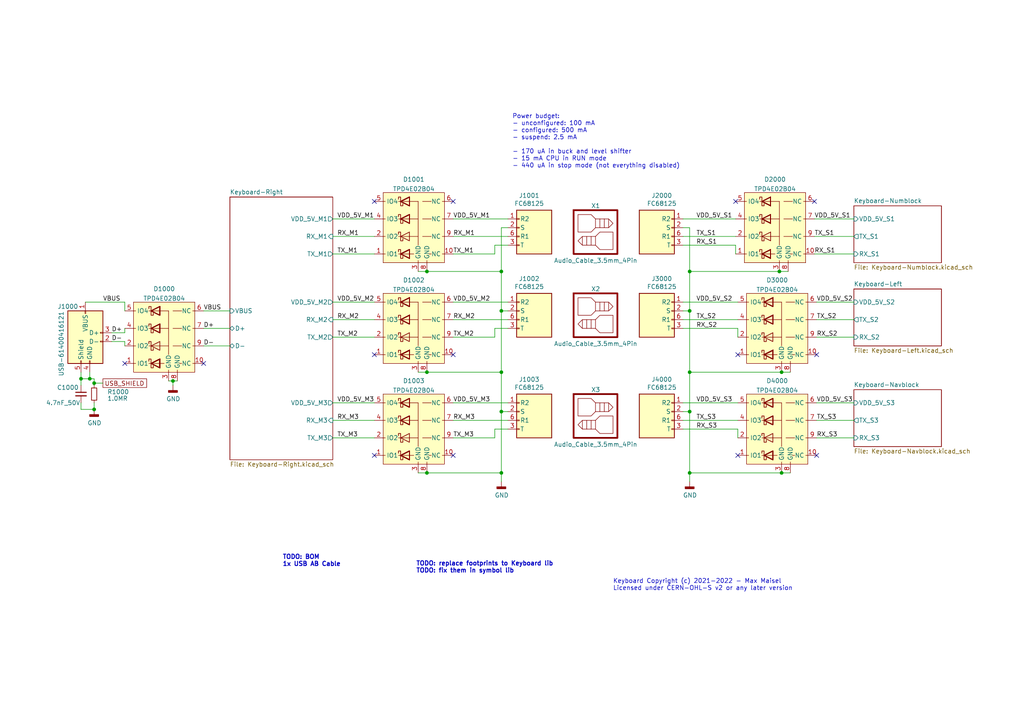
<source format=kicad_sch>
(kicad_sch (version 20211123) (generator eeschema)
  (paper "A4")
  (lib_symbols
    (symbol "Keyboard:1.0MR" (pin_numbers hide) (pin_names (offset 0.254) hide)
      (property "Reference" "R" (at 0.762 0.508 0))
      (property "Value" "1.0MR" (at 0.762 -1.016 0))
      (symbol "1.0MR_0_1"
        (rectangle (start -0.762 1.778) (end 0.762 -1.778) (stroke (width 0.2032)))
      )
      (symbol "1.0MR_1_1"
        (pin passive line (at 0 2.54 270) (length 0.762) (name "~") (number "1"))
        (pin passive line (at 0 -2.54 90) (length 0.762) (name "~") (number "2"))
      )
    )
    (symbol "Keyboard:4.7nF_50V" (pin_numbers hide) (pin_names (offset 0.254) hide)
      (property "Reference" "C" (at 0.254 1.778 0))
      (property "Value" "4.7nF_50V" (at 0.254 -2.032 0))
      (symbol "4.7nF_50V_0_1"
        (polyline (pts (xy -1.524 -0.508) (xy 1.524 -0.508)) (stroke (width 0.3302)))
        (polyline (pts (xy -1.524 0.508) (xy 1.524 0.508)) (stroke (width 0.3048)))
      )
      (symbol "4.7nF_50V_1_1"
        (pin passive line (at 0 2.54 270) (length 2.032) (name "~") (number "1"))
        (pin passive line (at 0 -2.54 90) (length 2.032) (name "~") (number "2"))
      )
    )
    (symbol "Keyboard:FC68125" (pin_names (offset 1.016))
      (property "Reference" "J" (at 0 7.62 0))
      (property "Value" "FC68125" (at 0 -7.62 0))
      (symbol "FC68125_0_1"
        (rectangle (start -5.08 6.35) (end 5.08 -6.35) (stroke (width 0.254)) (fill (type background)))
        (rectangle (start 5.08 -3.937) (end 4.318 -3.683))
        (rectangle (start 5.08 -1.397) (end 4.318 -1.143))
        (rectangle (start 5.08 1.143) (end 4.318 1.397))
        (rectangle (start 5.08 3.683) (end 4.318 3.937))
      )
      (symbol "FC68125_1_1"
        (pin passive line (at 7.62 3.81 180) (length 2.54) (name "R2") (number "1"))
        (pin passive line (at 7.62 1.27 180) (length 2.54) (name "S") (number "2"))
        (pin passive line (at 7.62 -3.81 180) (length 2.54) (name "T") (number "3"))
        (pin passive line (at 7.62 -1.27 180) (length 2.54) (name "R1") (number "6"))
      )
    )
    (symbol "Keyboard:GND" (power) (pin_names (offset 0))
      (property "Value" "GND" (at 0 -3.175 0))
      (symbol "GND_0_1"
        (rectangle (start -1.27 -1.524) (end 1.27 -2.032) (stroke (width 0.254)) (fill (type outline)))
        (polyline (pts (xy 0 0) (xy 0 -1.524)))
      )
      (symbol "GND_1_1"
        (pin power_in line (at 0 0 270) (length 0) hide (name "GND") (number "1"))
      )
    )
    (symbol "Keyboard:TPD4E02B04" (pin_names (offset 1.016))
      (property "Reference" "D" (at -8.255 12.065 0))
      (property "Value" "TPD4E02B04" (at 10.795 -11.43 0))
      (symbol "TPD4E02B04_0_1"
        (rectangle (start -8.89 -10.16) (end 8.89 10.16) (fill (type background)))
        (polyline (pts (xy -8.89 -7.62) (xy -8.255 -7.62)))
        (polyline (pts (xy -8.89 -2.54) (xy -8.255 -2.54)))
        (polyline (pts (xy -8.89 2.54) (xy -8.255 2.54)))
        (polyline (pts (xy -8.89 7.62) (xy -8.255 7.62)))
        (polyline (pts (xy -4.445 -7.62) (xy 0 -7.62)))
        (polyline (pts (xy -4.445 -2.54) (xy 1.27 -2.54)))
        (polyline (pts (xy -4.445 2.54) (xy 1.27 2.54)))
        (polyline (pts (xy -4.445 7.62) (xy 1.27 7.62)))
        (polyline (pts (xy 1.27 -9.525) (xy 1.27 -10.16)))
        (polyline (pts (xy 1.27 7.62) (xy 1.27 -5.08)))
        (polyline (pts (xy 2.54 2.54) (xy 5.08 2.54)))
        (polyline (pts (xy 2.54 7.62) (xy 5.08 7.62)))
        (polyline (pts (xy 3.81 -9.525) (xy 3.81 -10.16)))
        (polyline (pts (xy 5.08 -7.62) (xy 4.445 -7.62)))
        (polyline (pts (xy 5.08 -2.54) (xy 2.54 -2.54)))
        (polyline (pts (xy 8.255 -2.54) (xy 8.89 -2.54)))
        (polyline (pts (xy 8.255 7.62) (xy 8.89 7.62)))
        (polyline (pts (xy 8.89 -7.62) (xy 8.255 -7.62)))
        (polyline (pts (xy 8.89 2.54) (xy 8.255 2.54)))
      )
      (symbol "TPD4E02B04_1_1"
        (polyline (pts (xy -1.27 -6.35) (xy -1.27 -8.89) (xy -3.81 -7.62) (xy -1.27 -6.35)) (stroke (width 0.2032)))
        (polyline (pts (xy -1.27 -6.35) (xy -1.27 -8.89) (xy -3.81 -7.62) (xy -1.27 -6.35)) (stroke (width 0.2032)))
        (polyline (pts (xy -1.27 -6.35) (xy -1.27 -8.89) (xy -3.81 -7.62) (xy -1.27 -6.35)) (stroke (width 0.2032)))
        (polyline (pts (xy -1.27 -6.35) (xy -1.27 -8.89) (xy -3.81 -7.62) (xy -1.27 -6.35)) (stroke (width 0.2032)))
        (polyline (pts (xy -1.27 -6.35) (xy -1.27 -8.89) (xy -3.81 -7.62) (xy -1.27 -6.35)) (stroke (width 0.2032)))
        (polyline (pts (xy -1.27 -6.35) (xy -1.27 -8.89) (xy -3.81 -7.62) (xy -1.27 -6.35)) (stroke (width 0.2032)))
        (polyline (pts (xy -1.27 -6.35) (xy -1.27 -8.89) (xy -3.81 -7.62) (xy -1.27 -6.35)) (stroke (width 0.2032)))
        (polyline (pts (xy -1.27 -6.35) (xy -1.27 -8.89) (xy -3.81 -7.62) (xy -1.27 -6.35)) (stroke (width 0.2032)))
        (polyline (pts (xy -1.27 -6.35) (xy -1.27 -8.89) (xy -3.81 -7.62) (xy -1.27 -6.35)) (stroke (width 0.2032)))
        (polyline (pts (xy -1.27 -6.35) (xy -1.27 -8.89) (xy -3.81 -7.62) (xy -1.27 -6.35)) (stroke (width 0.2032)))
        (polyline (pts (xy -1.27 -6.35) (xy -1.27 -8.89) (xy -3.81 -7.62) (xy -1.27 -6.35)) (stroke (width 0.2032)))
        (polyline (pts (xy -1.27 -6.35) (xy -1.27 -8.89) (xy -3.81 -7.62) (xy -1.27 -6.35)) (stroke (width 0.2032)))
        (polyline (pts (xy -1.27 -6.35) (xy -1.27 -8.89) (xy -3.81 -7.62) (xy -1.27 -6.35)) (stroke (width 0.2032)))
        (polyline (pts (xy -1.27 -6.35) (xy -1.27 -8.89) (xy -3.81 -7.62) (xy -1.27 -6.35)) (stroke (width 0.2032)))
        (polyline (pts (xy -1.27 -6.35) (xy -1.27 -8.89) (xy -3.81 -7.62) (xy -1.27 -6.35)) (stroke (width 0.2032)))
        (polyline (pts (xy -1.27 -6.35) (xy -1.27 -8.89) (xy -3.81 -7.62) (xy -1.27 -6.35)) (stroke (width 0.2032)))
        (polyline (pts (xy -1.27 -6.35) (xy -1.27 -8.89) (xy -3.81 -7.62) (xy -1.27 -6.35)) (stroke (width 0.2032)))
        (polyline (pts (xy -1.27 -6.35) (xy -1.27 -8.89) (xy -3.81 -7.62) (xy -1.27 -6.35)) (stroke (width 0.2032)))
        (polyline (pts (xy -1.27 -6.35) (xy -1.27 -8.89) (xy -3.81 -7.62) (xy -1.27 -6.35)) (stroke (width 0.2032)))
        (polyline (pts (xy -1.27 -6.35) (xy -1.27 -8.89) (xy -3.81 -7.62) (xy -1.27 -6.35)) (stroke (width 0.2032)))
        (polyline (pts (xy -1.27 -6.35) (xy -1.27 -8.89) (xy -3.81 -7.62) (xy -1.27 -6.35)) (stroke (width 0.2032)))
        (polyline (pts (xy -1.27 -6.35) (xy -1.27 -8.89) (xy -3.81 -7.62) (xy -1.27 -6.35)) (stroke (width 0.2032)))
        (polyline (pts (xy -1.27 -6.35) (xy -1.27 -8.89) (xy -3.81 -7.62) (xy -1.27 -6.35)) (stroke (width 0.2032)))
        (polyline (pts (xy -1.27 -6.35) (xy -1.27 -8.89) (xy -3.81 -7.62) (xy -1.27 -6.35)) (stroke (width 0.2032)))
        (polyline (pts (xy -1.27 -6.35) (xy -1.27 -8.89) (xy -3.81 -7.62) (xy -1.27 -6.35)) (stroke (width 0.2032)))
        (polyline (pts (xy -1.27 -6.35) (xy -1.27 -8.89) (xy -3.81 -7.62) (xy -1.27 -6.35)) (stroke (width 0.2032)))
        (polyline (pts (xy -1.27 -6.35) (xy -1.27 -8.89) (xy -3.81 -7.62) (xy -1.27 -6.35)) (stroke (width 0.2032)))
        (polyline (pts (xy -1.27 -6.35) (xy -1.27 -8.89) (xy -3.81 -7.62) (xy -1.27 -6.35)) (stroke (width 0.2032)))
        (polyline (pts (xy -1.27 -6.35) (xy -1.27 -8.89) (xy -3.81 -7.62) (xy -1.27 -6.35)) (stroke (width 0.2032)))
        (polyline (pts (xy -1.27 -6.35) (xy -1.27 -8.89) (xy -3.81 -7.62) (xy -1.27 -6.35)) (stroke (width 0.2032)))
        (polyline (pts (xy -1.27 -1.27) (xy -1.27 -3.81) (xy -3.81 -2.54) (xy -1.27 -1.27)) (stroke (width 0.2032)))
        (polyline (pts (xy -1.27 3.81) (xy -1.27 1.27) (xy -3.81 2.54) (xy -1.27 3.81)) (stroke (width 0.2032)))
        (polyline (pts (xy -1.27 3.81) (xy -1.27 1.27) (xy -3.81 2.54) (xy -1.27 3.81)) (stroke (width 0.2032)))
        (polyline (pts (xy -1.27 3.81) (xy -1.27 1.27) (xy -3.81 2.54) (xy -1.27 3.81)) (stroke (width 0.2032)))
        (polyline (pts (xy -1.27 3.81) (xy -1.27 1.27) (xy -3.81 2.54) (xy -1.27 3.81)) (stroke (width 0.2032)))
        (polyline (pts (xy -1.27 3.81) (xy -1.27 1.27) (xy -3.81 2.54) (xy -1.27 3.81)) (stroke (width 0.2032)))
        (polyline (pts (xy -1.27 3.81) (xy -1.27 1.27) (xy -3.81 2.54) (xy -1.27 3.81)) (stroke (width 0.2032)))
        (polyline (pts (xy -1.27 3.81) (xy -1.27 1.27) (xy -3.81 2.54) (xy -1.27 3.81)) (stroke (width 0.2032)))
        (polyline (pts (xy -1.27 3.81) (xy -1.27 1.27) (xy -3.81 2.54) (xy -1.27 3.81)) (stroke (width 0.2032)))
        (polyline (pts (xy -1.27 3.81) (xy -1.27 1.27) (xy -3.81 2.54) (xy -1.27 3.81)) (stroke (width 0.2032)))
        (polyline (pts (xy -1.27 3.81) (xy -1.27 1.27) (xy -3.81 2.54) (xy -1.27 3.81)) (stroke (width 0.2032)))
        (polyline (pts (xy -1.27 3.81) (xy -1.27 1.27) (xy -3.81 2.54) (xy -1.27 3.81)) (stroke (width 0.2032)))
        (polyline (pts (xy -1.27 3.81) (xy -1.27 1.27) (xy -3.81 2.54) (xy -1.27 3.81)) (stroke (width 0.2032)))
        (polyline (pts (xy -1.27 3.81) (xy -1.27 1.27) (xy -3.81 2.54) (xy -1.27 3.81)) (stroke (width 0.2032)))
        (polyline (pts (xy -1.27 3.81) (xy -1.27 1.27) (xy -3.81 2.54) (xy -1.27 3.81)) (stroke (width 0.2032)))
        (polyline (pts (xy -1.27 3.81) (xy -1.27 1.27) (xy -3.81 2.54) (xy -1.27 3.81)) (stroke (width 0.2032)))
        (polyline (pts (xy -1.27 3.81) (xy -1.27 1.27) (xy -3.81 2.54) (xy -1.27 3.81)) (stroke (width 0.2032)))
        (polyline (pts (xy -1.27 8.89) (xy -1.27 6.35) (xy -3.81 7.62) (xy -1.27 8.89)) (stroke (width 0.2032)))
        (polyline (pts (xy -1.27 8.89) (xy -1.27 6.35) (xy -3.81 7.62) (xy -1.27 8.89)) (stroke (width 0.2032)))
        (polyline (pts (xy -1.27 8.89) (xy -1.27 6.35) (xy -3.81 7.62) (xy -1.27 8.89)) (stroke (width 0.2032)))
        (polyline (pts (xy -1.27 8.89) (xy -1.27 6.35) (xy -3.81 7.62) (xy -1.27 8.89)) (stroke (width 0.2032)))
        (polyline (pts (xy -1.27 8.89) (xy -1.27 6.35) (xy -3.81 7.62) (xy -1.27 8.89)) (stroke (width 0.2032)))
        (polyline (pts (xy -1.27 8.89) (xy -1.27 6.35) (xy -3.81 7.62) (xy -1.27 8.89)) (stroke (width 0.2032)))
        (polyline (pts (xy -1.27 8.89) (xy -1.27 6.35) (xy -3.81 7.62) (xy -1.27 8.89)) (stroke (width 0.2032)))
        (polyline (pts (xy -1.27 8.89) (xy -1.27 6.35) (xy -3.81 7.62) (xy -1.27 8.89)) (stroke (width 0.2032)))
        (polyline (pts (xy -1.27 8.89) (xy -1.27 6.35) (xy -3.81 7.62) (xy -1.27 8.89)) (stroke (width 0.2032)))
        (polyline (pts (xy -1.27 8.89) (xy -1.27 6.35) (xy -3.81 7.62) (xy -1.27 8.89)) (stroke (width 0.2032)))
        (polyline (pts (xy -1.27 8.89) (xy -1.27 6.35) (xy -3.81 7.62) (xy -1.27 8.89)) (stroke (width 0.2032)))
        (polyline (pts (xy -1.27 8.89) (xy -1.27 6.35) (xy -3.81 7.62) (xy -1.27 8.89)) (stroke (width 0.2032)))
        (polyline (pts (xy -1.27 8.89) (xy -1.27 6.35) (xy -3.81 7.62) (xy -1.27 8.89)) (stroke (width 0.2032)))
        (polyline (pts (xy -1.27 8.89) (xy -1.27 6.35) (xy -3.81 7.62) (xy -1.27 8.89)) (stroke (width 0.2032)))
        (polyline (pts (xy -1.27 8.89) (xy -1.27 6.35) (xy -3.81 7.62) (xy -1.27 8.89)) (stroke (width 0.2032)))
        (polyline (pts (xy -1.27 8.89) (xy -1.27 6.35) (xy -3.81 7.62) (xy -1.27 8.89)) (stroke (width 0.2032)))
        (polyline (pts (xy -4.445 3.175) (xy -4.445 3.81) (xy -3.81 3.81) (xy -3.81 1.27) (xy -3.175 1.27) (xy -3.175 1.905)) (stroke (width 0.2032)))
        (polyline (pts (xy -4.445 8.255) (xy -4.445 8.89) (xy -3.81 8.89) (xy -3.81 6.35) (xy -3.175 6.35) (xy -3.175 6.985)) (stroke (width 0.2032)))
        (polyline (pts (xy -3.175 -8.255) (xy -3.175 -8.89) (xy -3.81 -8.89) (xy -3.81 -6.35) (xy -4.445 -6.35) (xy -4.445 -6.985)) (stroke (width 0.2032)))
        (polyline (pts (xy -3.175 -3.175) (xy -3.175 -3.81) (xy -3.81 -3.81) (xy -3.81 -1.27) (xy -4.445 -1.27) (xy -4.445 -1.905)) (stroke (width 0.2032)))
        (pin passive line (at -11.43 -7.62 0) (length 2.54) (name "IO1") (number "1"))
        (pin passive line (at 11.43 -7.62 180) (length 2.54) (name "NC") (number "10"))
        (pin passive line (at -11.43 -2.54 0) (length 2.54) (name "IO2") (number "2"))
        (pin passive line (at 1.27 -12.7 90) (length 2.54) (name "GND") (number "3"))
        (pin passive line (at -11.43 2.54 0) (length 2.54) (name "IO3") (number "4"))
        (pin passive line (at -11.43 7.62 0) (length 2.54) (name "IO4") (number "5"))
        (pin passive line (at 11.43 7.62 180) (length 2.54) (name "NC") (number "6"))
        (pin passive line (at 11.43 2.54 180) (length 2.54) (name "NC") (number "7"))
        (pin passive line (at 3.81 -12.7 90) (length 2.54) (name "GND") (number "8"))
        (pin passive line (at 11.43 -2.54 180) (length 2.54) (name "NC") (number "9"))
      )
    )
    (symbol "Keyboard:USB-61400416121" (pin_names (offset 1.016))
      (property "Reference" "J" (at -5.08 11.43 0))
      (property "Value" "USB-61400416121" (at -6.35 -9.525 90))
      (symbol "USB-61400416121_0_1"
        (rectangle (start -5.08 -7.62) (end 5.08 7.62) (stroke (width 0.254)) (fill (type background)))
        (rectangle (start 0.127 7.62) (end -0.127 6.858))
        (rectangle (start 1.143 -7.62) (end 1.397 -6.858))
        (rectangle (start 5.08 -1.397) (end 4.318 -1.143))
        (rectangle (start 5.08 1.143) (end 4.318 1.397))
      )
      (symbol "USB-61400416121_1_1"
        (rectangle (start -1.397 -7.62) (end -1.143 -6.858))
        (pin power_out line (at 0 10.16 270) (length 2.54) (name "VBUS") (number "1"))
        (pin passive line (at 7.62 -1.27 180) (length 2.54) (name "D-") (number "2"))
        (pin passive line (at 7.62 1.27 180) (length 2.54) (name "D+") (number "3"))
        (pin power_out line (at 1.27 -10.16 90) (length 2.54) (name "GND") (number "4"))
        (pin passive line (at -1.27 -10.16 90) (length 2.54) (name "Shield") (number "5"))
      )
    )
    (symbol "Meta:Audio_Cable_3.5mm_4Pin" (pin_names (offset 1.016))
      (property "Reference" "X" (at 0 7.62 0))
      (property "Value" "Audio_Cable_3.5mm_4Pin" (at 0 -7.62 0))
      (symbol "Audio_Cable_3.5mm_4Pin_0_1"
        (rectangle (start -6.35 6.35) (end 6.35 -6.35) (stroke (width 0.508)))
        (polyline (pts (xy 0 3.81) (xy 0 1.27)))
        (polyline (pts (xy 1.27 3.81) (xy 1.27 1.27)))
        (polyline (pts (xy 2.54 3.81) (xy 2.54 1.27)))
        (polyline (pts (xy 3.81 3.81) (xy 3.81 1.27)))
        (polyline (pts (xy -5.08 5.08) (xy -1.27 5.08) (xy 0 3.81) (xy 3.81 3.81) (xy 5.08 2.54) (xy 3.81 1.27) (xy 0 1.27) (xy -1.27 0) (xy -5.08 0) (xy -5.08 5.08)))
      )
      (symbol "Audio_Cable_3.5mm_4Pin_1_1"
        (polyline (pts (xy -3.81 -3.81) (xy -3.81 -1.27)))
        (polyline (pts (xy -2.54 -3.81) (xy -2.54 -1.27)))
        (polyline (pts (xy -1.27 -3.81) (xy -1.27 -1.27)))
        (polyline (pts (xy 0 -3.81) (xy 0 -1.27)))
        (polyline (pts (xy 5.08 -5.08) (xy 1.27 -5.08) (xy 0 -3.81) (xy -3.81 -3.81) (xy -5.08 -2.54) (xy -3.81 -1.27) (xy 0 -1.27) (xy 1.27 0) (xy 5.08 0) (xy 5.08 -5.08)))
      )
    )
  )
  (junction (at 200.025 78.74))
  (junction (at 226.695 137.16))
  (junction (at 200.025 119.38))
  (junction (at 145.415 119.38))
  (junction (at 123.825 78.74))
  (junction (at 200.025 137.16))
  (junction (at 145.415 137.16))
  (junction (at 27.305 111.125))
  (junction (at 226.695 107.95))
  (junction (at 123.825 137.16))
  (junction (at 23.495 109.855))
  (junction (at 123.825 107.95))
  (junction (at 145.415 78.74))
  (junction (at 27.305 118.745))
  (junction (at 200.025 107.95))
  (junction (at 145.415 90.17))
  (junction (at 145.415 107.95))
  (junction (at 200.025 90.17))
  (junction (at 50.165 110.49))
  (junction (at 226.06 78.74))
  (junction (at 26.035 109.855))
  (no_connect (at 36.195 105.41))
  (no_connect (at 59.055 105.41))
  (no_connect (at 108.585 102.87))
  (no_connect (at 108.585 132.08))
  (no_connect (at 131.445 132.08))
  (no_connect (at 131.445 102.87))
  (no_connect (at 213.36 58.42))
  (no_connect (at 236.22 58.42))
  (no_connect (at 108.585 58.42))
  (no_connect (at 131.445 58.42))
  (no_connect (at 236.855 102.87))
  (no_connect (at 236.855 132.08))
  (no_connect (at 213.995 132.08))
  (no_connect (at 213.995 102.87))
  (wire (pts (xy 96.52 92.71) (xy 108.585 92.71)))
  (wire (pts (xy 198.12 119.38) (xy 200.025 119.38)))
  (wire (pts (xy 143.51 97.79) (xy 143.51 95.25)))
  (wire (pts (xy 236.855 97.79) (xy 247.65 97.79)))
  (wire (pts (xy 236.22 63.5) (xy 247.65 63.5)))
  (wire (pts (xy 200.025 107.95) (xy 200.025 119.38)))
  (wire (pts (xy 131.445 116.84) (xy 147.32 116.84)))
  (wire (pts (xy 143.51 127) (xy 143.51 124.46)))
  (wire (pts (xy 96.52 63.5) (xy 108.585 63.5)))
  (wire (pts (xy 198.12 121.92) (xy 213.995 121.92)))
  (wire (pts (xy 200.025 90.17) (xy 200.025 107.95)))
  (wire (pts (xy 23.495 116.84) (xy 23.495 118.745)))
  (wire (pts (xy 198.12 71.12) (xy 213.36 71.12)))
  (wire (pts (xy 96.52 73.66) (xy 108.585 73.66)))
  (wire (pts (xy 198.12 90.17) (xy 200.025 90.17)))
  (wire (pts (xy 121.285 107.95) (xy 123.825 107.95)))
  (wire (pts (xy 131.445 121.92) (xy 147.32 121.92)))
  (wire (pts (xy 198.12 63.5) (xy 213.36 63.5)))
  (wire (pts (xy 96.52 97.79) (xy 108.585 97.79)))
  (wire (pts (xy 131.445 63.5) (xy 147.32 63.5)))
  (wire (pts (xy 131.445 87.63) (xy 147.32 87.63)))
  (wire (pts (xy 36.195 90.17) (xy 36.195 87.63)))
  (wire (pts (xy 143.51 71.12) (xy 143.51 73.66)))
  (wire (pts (xy 236.855 121.92) (xy 247.65 121.92)))
  (wire (pts (xy 213.36 71.12) (xy 213.36 73.66)))
  (wire (pts (xy 23.495 118.745) (xy 27.305 118.745)))
  (wire (pts (xy 198.12 95.25) (xy 213.995 95.25)))
  (wire (pts (xy 236.855 127) (xy 247.65 127)))
  (wire (pts (xy 131.445 127) (xy 143.51 127)))
  (wire (pts (xy 59.055 95.25) (xy 66.675 95.25)))
  (wire (pts (xy 213.995 95.25) (xy 213.995 97.79)))
  (wire (pts (xy 36.195 96.52) (xy 32.385 96.52)))
  (wire (pts (xy 96.52 87.63) (xy 108.585 87.63)))
  (wire (pts (xy 96.52 116.84) (xy 108.585 116.84)))
  (wire (pts (xy 26.035 109.855) (xy 26.035 107.95)))
  (wire (pts (xy 145.415 90.17) (xy 145.415 107.95)))
  (wire (pts (xy 123.825 78.74) (xy 145.415 78.74)))
  (wire (pts (xy 145.415 90.17) (xy 147.32 90.17)))
  (wire (pts (xy 121.285 78.74) (xy 123.825 78.74)))
  (wire (pts (xy 200.025 107.95) (xy 226.695 107.95)))
  (wire (pts (xy 200.025 137.16) (xy 226.695 137.16)))
  (wire (pts (xy 27.305 109.855) (xy 27.305 111.125)))
  (wire (pts (xy 48.895 110.49) (xy 50.165 110.49)))
  (wire (pts (xy 228.6 78.74) (xy 226.06 78.74)))
  (wire (pts (xy 145.415 66.04) (xy 145.415 78.74)))
  (wire (pts (xy 143.51 97.79) (xy 131.445 97.79)))
  (wire (pts (xy 145.415 78.74) (xy 145.415 90.17)))
  (wire (pts (xy 200.025 78.74) (xy 200.025 90.17)))
  (wire (pts (xy 143.51 124.46) (xy 147.32 124.46)))
  (wire (pts (xy 96.52 127) (xy 108.585 127)))
  (wire (pts (xy 143.51 95.25) (xy 147.32 95.25)))
  (wire (pts (xy 36.195 95.25) (xy 36.195 96.52)))
  (wire (pts (xy 27.305 116.84) (xy 27.305 118.745)))
  (wire (pts (xy 198.12 68.58) (xy 213.36 68.58)))
  (wire (pts (xy 236.855 87.63) (xy 247.65 87.63)))
  (wire (pts (xy 226.695 137.16) (xy 229.235 137.16)))
  (wire (pts (xy 200.025 137.16) (xy 200.025 139.7)))
  (wire (pts (xy 236.22 68.58) (xy 247.65 68.58)))
  (wire (pts (xy 50.165 110.49) (xy 51.435 110.49)))
  (wire (pts (xy 198.12 66.04) (xy 200.025 66.04)))
  (wire (pts (xy 236.855 92.71) (xy 247.65 92.71)))
  (wire (pts (xy 123.825 107.95) (xy 145.415 107.95)))
  (wire (pts (xy 23.495 109.855) (xy 23.495 107.95)))
  (wire (pts (xy 198.12 92.71) (xy 213.995 92.71)))
  (wire (pts (xy 27.305 109.855) (xy 26.035 109.855)))
  (wire (pts (xy 131.445 92.71) (xy 147.32 92.71)))
  (wire (pts (xy 36.195 100.33) (xy 36.195 99.06)))
  (wire (pts (xy 27.305 111.125) (xy 27.305 111.76)))
  (wire (pts (xy 226.695 107.95) (xy 229.235 107.95)))
  (wire (pts (xy 145.415 137.16) (xy 145.415 139.7)))
  (wire (pts (xy 213.995 124.46) (xy 213.995 127)))
  (wire (pts (xy 36.195 99.06) (xy 32.385 99.06)))
  (wire (pts (xy 123.825 137.16) (xy 145.415 137.16)))
  (wire (pts (xy 24.765 87.63) (xy 36.195 87.63)))
  (wire (pts (xy 145.415 66.04) (xy 147.32 66.04)))
  (wire (pts (xy 198.12 124.46) (xy 213.995 124.46)))
  (wire (pts (xy 121.285 137.16) (xy 123.825 137.16)))
  (wire (pts (xy 145.415 107.95) (xy 145.415 119.38)))
  (wire (pts (xy 59.055 100.33) (xy 66.675 100.33)))
  (wire (pts (xy 200.025 66.04) (xy 200.025 78.74)))
  (wire (pts (xy 131.445 68.58) (xy 147.32 68.58)))
  (wire (pts (xy 145.415 119.38) (xy 147.32 119.38)))
  (wire (pts (xy 96.52 68.58) (xy 108.585 68.58)))
  (wire (pts (xy 23.495 109.855) (xy 26.035 109.855)))
  (wire (pts (xy 143.51 73.66) (xy 131.445 73.66)))
  (wire (pts (xy 27.305 111.125) (xy 29.845 111.125)))
  (wire (pts (xy 236.22 73.66) (xy 247.65 73.66)))
  (wire (pts (xy 236.855 116.84) (xy 247.65 116.84)))
  (wire (pts (xy 50.165 110.49) (xy 50.165 111.76)))
  (wire (pts (xy 198.12 116.84) (xy 213.995 116.84)))
  (wire (pts (xy 198.12 87.63) (xy 213.995 87.63)))
  (wire (pts (xy 147.32 71.12) (xy 143.51 71.12)))
  (wire (pts (xy 145.415 119.38) (xy 145.415 137.16)))
  (wire (pts (xy 200.025 119.38) (xy 200.025 137.16)))
  (wire (pts (xy 200.025 78.74) (xy 226.06 78.74)))
  (wire (pts (xy 59.055 90.17) (xy 66.675 90.17)))
  (wire (pts (xy 23.495 109.855) (xy 23.495 111.76)))
  (wire (pts (xy 96.52 121.92) (xy 108.585 121.92)))
  (text "Power budget:\n- unconfigured: 100 mA\n- configured: 500 mA\n- suspend: 2.5 mA\n\n- 170 uA in buck and level shifter\n- 15 mA CPU in RUN mode\n- 440 uA in stop mode (not everything disabled)" (at 148.59 48.895 0) (effects (font (size 1.27 1.27)) (justify left bottom)))
  (text "TODO: BOM\n1x USB AB Cable" (at 81.915 164.465 0) (effects (font (size 1.27 1.27) (thickness 0.254) bold) (justify left bottom)))
  (text "Keyboard Copyright (c) 2021-2022 - Max Maisel\nLicensed under CERN-OHL-S v2 or any later version" (at 177.8 171.45 0) (effects (font (size 1.27 1.27)) (justify left bottom)))
  (text "TODO: replace footprints to Keyboard lib\nTODO: fix them in symbol lib" (at 120.65 166.37 0) (effects (font (size 1.27 1.27) (thickness 0.254) bold) (justify left bottom)))
  (label "VDD_5V_S1" (at 201.93 63.5 0))
  (label "VDD_5V_M2" (at 97.79 87.63 0))
  (label "TX_S3" (at 201.93 121.92 0))
  (label "RX_S1" (at 201.93 71.12 0))
  (label "RX_M1" (at 131.445 68.58 0))
  (label "RX_M3" (at 131.445 121.92 0))
  (label "RX_S1" (at 236.22 73.66 0))
  (label "TX_M2" (at 131.445 97.79 0))
  (label "VDD_5V_M3" (at 97.79 116.84 0))
  (label "VDD_5V_M3" (at 131.445 116.84 0))
  (label "TX_S2" (at 201.93 92.71 0))
  (label "D+" (at 59.055 95.25 0))
  (label "TX_M1" (at 97.79 73.66 0))
  (label "TX_M3" (at 97.79 127 0))
  (label "VDD_5V_S3" (at 201.93 116.84 0))
  (label "VBUS" (at 29.845 87.63 0))
  (label "D-" (at 59.055 100.33 0))
  (label "VDD_5V_S1" (at 236.22 63.5 0))
  (label "VDD_5V_M1" (at 131.445 63.5 0))
  (label "RX_S3" (at 236.855 127 0))
  (label "VDD_5V_M2" (at 131.445 87.63 0))
  (label "VDD_5V_S3" (at 236.855 116.84 0))
  (label "D+" (at 32.385 96.52 0))
  (label "RX_M2" (at 97.79 92.71 0))
  (label "D-" (at 32.385 99.06 0))
  (label "RX_S2" (at 201.93 95.25 0))
  (label "RX_M2" (at 131.445 92.71 0))
  (label "VBUS" (at 59.055 90.17 0))
  (label "TX_S1" (at 201.93 68.58 0))
  (label "RX_M3" (at 97.79 121.92 0))
  (label "TX_M3" (at 131.445 127 0))
  (label "VDD_5V_M1" (at 97.79 63.5 0))
  (label "RX_S2" (at 236.855 97.79 0))
  (label "VDD_5V_S2" (at 201.93 87.63 0))
  (label "TX_S3" (at 236.855 121.92 0))
  (label "TX_M2" (at 97.79 97.79 0))
  (label "RX_M1" (at 97.79 68.58 0))
  (label "RX_S3" (at 201.93 124.46 0))
  (label "TX_M1" (at 131.445 73.66 0))
  (label "VDD_5V_S2" (at 236.855 87.63 0))
  (label "TX_S2" (at 236.855 92.71 0))
  (label "TX_S1" (at 236.22 68.58 0))
  (global_label "USB_SHIELD" (shape passive) (at 29.845 111.125 0) (property "Intersheet References" "${INTERSHEET_REFS}" (effects hide)))
  (symbol (lib_id "Keyboard:FC68125") (at 154.94 67.31 0) (mirror y) (unit 1)
    (property "Reference" "J1001" (at 153.4922 56.7182 0))
    (property "Value" "FC68125" (at 153.4922 59.0296 0))
    (property "Footprint" "Keyboard:FC68125" (effects hide))
    (property "Datasheet" "https://cdn-reichelt.de/documents/datenblatt/C160/4%20POLE%20JACKS.pdf" (effects hide))
    (property "reichelt#" "CLIFF FC68125" (effects hide))
  )
  (symbol (lib_id "Keyboard:FC68125") (at 154.94 91.44 0) (mirror y) (unit 1)
    (property "Reference" "J1002" (at 153.4922 80.8482 0))
    (property "Value" "FC68125" (at 153.4922 83.1596 0))
    (property "Footprint" "Keyboard:FC68125" (effects hide))
    (property "Datasheet" "https://cdn-reichelt.de/documents/datenblatt/C160/4%20POLE%20JACKS.pdf" (effects hide))
    (property "reichelt#" "CLIFF FC68125" (effects hide))
  )
  (symbol (lib_id "Keyboard:FC68125") (at 154.94 120.65 0) (mirror y) (unit 1)
    (property "Reference" "J1003" (at 153.4922 110.0582 0))
    (property "Value" "FC68125" (at 153.4922 112.3696 0))
    (property "Footprint" "Keyboard:FC68125" (effects hide))
    (property "Datasheet" "https://cdn-reichelt.de/documents/datenblatt/C160/4%20POLE%20JACKS.pdf" (effects hide))
    (property "reichelt#" "CLIFF FC68125" (effects hide))
  )
  (symbol (lib_id "Keyboard:FC68125") (at 190.5 67.31 0) (unit 1)
    (property "Reference" "J2000" (at 191.9478 56.7182 0))
    (property "Value" "FC68125" (at 191.9478 59.0296 0))
    (property "Footprint" "Keyboard:FC68125" (effects hide))
    (property "Datasheet" "https://cdn-reichelt.de/documents/datenblatt/C160/4%20POLE%20JACKS.pdf" (effects hide))
    (property "reichelt#" "CLIFF FC68125" (effects hide))
  )
  (symbol (lib_id "Keyboard:FC68125") (at 190.5 91.44 0) (unit 1)
    (property "Reference" "J3000" (at 191.9478 80.8482 0))
    (property "Value" "FC68125" (at 191.9478 83.1596 0))
    (property "Footprint" "Keyboard:FC68125" (effects hide))
    (property "Datasheet" "https://cdn-reichelt.de/documents/datenblatt/C160/4%20POLE%20JACKS.pdf" (effects hide))
    (property "reichelt#" "CLIFF FC68125" (effects hide))
  )
  (symbol (lib_id "Keyboard:FC68125") (at 190.5 120.65 0) (unit 1)
    (property "Reference" "J4000" (at 191.9478 110.0582 0))
    (property "Value" "FC68125" (at 191.9478 112.3696 0))
    (property "Footprint" "Keyboard:FC68125" (effects hide))
    (property "Datasheet" "https://cdn-reichelt.de/documents/datenblatt/C160/4%20POLE%20JACKS.pdf" (effects hide))
    (property "reichelt#" "CLIFF FC68125" (effects hide))
  )
  (symbol (lib_id "Keyboard:4.7nF_50V") (at 23.495 114.3 0) (unit 1)
    (property "Reference" "C1000" (at 16.51 112.395 0) (effects (justify left)))
    (property "Value" "4.7nF_50V" (at 13.335 116.84 0) (effects (justify left)))
    (property "Footprint" "Keyboard:C_0402" (effects hide))
    (property "Datasheet" "810-CGA2B2X7R1H472K" (effects hide))
    (property "mouser#" "810-CGA2B2X7R1H472K" (effects hide))
  )
  (symbol (lib_id "Keyboard:1.0MR") (at 27.305 114.3 0) (unit 1)
    (property "Reference" "R1000" (at 31.115 113.665 0) (effects (justify left)))
    (property "Value" "1.0MR" (at 31.115 115.57 0) (effects (justify left)))
    (property "Footprint" "Keyboard:R_0402" (effects hide))
    (property "Datasheet" "667-ERJ-2RKF1004X" (effects hide))
    (property "mouser#" "667-ERJ-2RKF1004X" (effects hide))
  )
  (symbol (lib_id "Keyboard:USB-61400416121") (at 24.765 97.79 0) (unit 1)
    (property "Reference" "J1000" (at 19.685 88.9 0))
    (property "Value" "USB-61400416121" (at 17.78 99.695 90))
    (property "Footprint" "Keyboard:USB-61400416121" (effects hide))
    (property "Datasheet" "https://katalog.we-online.de/em/datasheet/61400416121.pdf" (effects hide))
  )
  (symbol (lib_id "Meta:Audio_Cable_3.5mm_4Pin") (at 172.72 67.31 0) (unit 1)
    (property "Reference" "X1" (at 171.45 59.69 0) (effects (justify left)))
    (property "Value" "Audio_Cable_3.5mm_4Pin" (at 160.655 75.565 0) (effects (justify left)))
    (property "reichelt#" "DELOCK 83434" (effects hide))
  )
  (symbol (lib_id "Meta:Audio_Cable_3.5mm_4Pin") (at 172.72 91.44 0) (unit 1)
    (property "Reference" "X2" (at 171.45 83.82 0) (effects (justify left)))
    (property "Value" "Audio_Cable_3.5mm_4Pin" (at 160.655 99.695 0) (effects (justify left)))
    (property "reichelt#" "DELOCK 83434" (effects hide))
  )
  (symbol (lib_id "Meta:Audio_Cable_3.5mm_4Pin") (at 172.72 120.65 0) (unit 1)
    (property "Reference" "X3" (at 171.45 113.03 0) (effects (justify left)))
    (property "Value" "Audio_Cable_3.5mm_4Pin" (at 160.655 128.905 0) (effects (justify left)))
    (property "reichelt#" "DELOCK 83434" (effects hide))
  )
  (symbol (lib_id "Keyboard:GND") (at 27.305 118.745 0) (unit 1)
    (property "Reference" "#PWR0101" (effects hide))
    (property "Value" "GND" (at 27.4066 122.682 0))
  )
  (symbol (lib_id "Keyboard:GND") (at 145.415 139.7 0) (unit 1)
    (property "Reference" "#PWR0102" (effects hide))
    (property "Value" "GND" (at 145.5166 143.637 0))
  )
  (symbol (lib_id "Keyboard:GND") (at 200.025 139.7 0) (unit 1)
    (property "Reference" "#PWR0103" (effects hide))
    (property "Value" "GND" (at 200.1266 143.637 0))
  )
  (symbol (lib_id "Keyboard:TPD4E02B04") (at 225.425 95.25 0) (unit 1)
    (property "Reference" "D3000" (at 225.425 81.2505 0))
    (property "Value" "TPD4E02B04" (at 225.425 84.0256 0))
    (property "Footprint" "Keyboard:USON10" (effects hide))
    (property "Datasheet" "https://www.ti.com/lit/gpn/tpd4e02b04" (effects hide))
    (property "mouser#" "595-TPD4E02B04DQAR" (effects hide))
  )
  (symbol (lib_id "Keyboard:TPD4E02B04") (at 47.625 97.79 0) (unit 1)
    (property "Reference" "D1000" (at 47.625 83.7905 0))
    (property "Value" "TPD4E02B04" (at 47.625 86.5656 0))
    (property "Footprint" "Keyboard:USON10" (effects hide))
    (property "Datasheet" "https://www.ti.com/lit/gpn/tpd4e02b04" (effects hide))
    (property "mouser#" "595-TPD4E02B04DQAR" (effects hide))
  )
  (symbol (lib_id "Keyboard:GND") (at 50.165 111.76 0) (unit 1)
    (property "Reference" "#PWR0110" (effects hide))
    (property "Value" "GND" (at 50.2666 115.697 0))
  )
  (symbol (lib_id "Keyboard:TPD4E02B04") (at 224.79 66.04 0) (unit 1)
    (property "Reference" "D2000" (at 224.79 52.0405 0))
    (property "Value" "TPD4E02B04" (at 224.79 54.8156 0))
    (property "Footprint" "Keyboard:USON10" (effects hide))
    (property "Datasheet" "https://www.ti.com/lit/gpn/tpd4e02b04" (effects hide))
    (property "mouser#" "595-TPD4E02B04DQAR" (effects hide))
  )
  (symbol (lib_id "Keyboard:TPD4E02B04") (at 120.015 66.04 0) (unit 1)
    (property "Reference" "D1001" (at 120.015 52.0405 0))
    (property "Value" "TPD4E02B04" (at 120.015 54.8156 0))
    (property "Footprint" "Keyboard:USON10" (effects hide))
    (property "Datasheet" "https://www.ti.com/lit/gpn/tpd4e02b04" (effects hide))
    (property "mouser#" "595-TPD4E02B04DQAR" (effects hide))
  )
  (symbol (lib_id "Keyboard:TPD4E02B04") (at 120.015 124.46 0) (unit 1)
    (property "Reference" "D1003" (at 120.015 110.4605 0))
    (property "Value" "TPD4E02B04" (at 120.015 113.2356 0))
    (property "Footprint" "Keyboard:USON10" (effects hide))
    (property "Datasheet" "https://www.ti.com/lit/gpn/tpd4e02b04" (effects hide))
    (property "mouser#" "595-TPD4E02B04DQAR" (effects hide))
  )
  (symbol (lib_id "Keyboard:TPD4E02B04") (at 120.015 95.25 0) (unit 1)
    (property "Reference" "D1002" (at 120.015 81.2505 0))
    (property "Value" "TPD4E02B04" (at 120.015 84.0256 0))
    (property "Footprint" "Keyboard:USON10" (effects hide))
    (property "Datasheet" "https://www.ti.com/lit/gpn/tpd4e02b04" (effects hide))
    (property "mouser#" "595-TPD4E02B04DQAR" (effects hide))
  )
  (symbol (lib_id "Keyboard:TPD4E02B04") (at 225.425 124.46 0) (unit 1)
    (property "Reference" "D4000" (at 225.425 110.4605 0))
    (property "Value" "TPD4E02B04" (at 225.425 113.2356 0))
    (property "Footprint" "Keyboard:USON10" (effects hide))
    (property "Datasheet" "https://www.ti.com/lit/gpn/tpd4e02b04" (effects hide))
    (property "mouser#" "595-TPD4E02B04DQAR" (effects hide))
  )
  (sheet (at 66.675 57.15) (size 29.845 76.2)
    (property "Sheet name" "Keyboard-Right" (at 66.675 56.4384 0) (effects (justify left bottom)))
    (property "Sheet file" "Keyboard-Right.kicad_sch" (at 66.675 133.9346 0) (effects (justify left top)))
    (pin "VBUS" input (at 66.675 90.17 180))
    (pin "D+" bidirectional (at 66.675 95.25 180))
    (pin "D-" bidirectional (at 66.675 100.33 180))
    (pin "VDD_5V_M1" output (at 96.52 63.5 0))
    (pin "VDD_5V_M2" output (at 96.52 87.63 0))
    (pin "VDD_5V_M3" output (at 96.52 116.84 0))
    (pin "RX_M1" input (at 96.52 68.58 0))
    (pin "TX_M1" output (at 96.52 73.66 0))
    (pin "RX_M2" input (at 96.52 92.71 0))
    (pin "RX_M3" input (at 96.52 121.92 0))
    (pin "TX_M2" output (at 96.52 97.79 0))
    (pin "TX_M3" output (at 96.52 127 0))
  )
  (sheet (at 247.65 59.69) (size 25.4 16.51)
    (property "Sheet name" "Keyboard-Numblock" (at 247.65 58.9784 0) (effects (justify left bottom)))
    (property "Sheet file" "Keyboard-Numblock.kicad_sch" (at 247.65 76.7846 0) (effects (justify left top)))
    (pin "VDD_5V_S1" input (at 247.65 63.5 180))
    (pin "RX_S1" input (at 247.65 73.66 180))
    (pin "TX_S1" output (at 247.65 68.58 180))
  )
  (sheet (at 247.65 83.82) (size 25.4 16.51)
    (property "Sheet name" "Keyboard-Left" (at 247.65 83.1084 0) (effects (justify left bottom)))
    (property "Sheet file" "Keyboard-Left.kicad_sch" (at 247.65 100.9146 0) (effects (justify left top)))
    (pin "VDD_5V_S2" input (at 247.65 87.63 180))
    (pin "RX_S2" input (at 247.65 97.79 180))
    (pin "TX_S2" output (at 247.65 92.71 180))
  )
  (sheet (at 247.65 113.03) (size 25.4 16.51)
    (property "Sheet name" "Keyboard-Navblock" (at 247.65 112.3184 0) (effects (justify left bottom)))
    (property "Sheet file" "Keyboard-Navblock.kicad_sch" (at 247.65 130.1246 0) (effects (justify left top)))
    (pin "VDD_5V_S3" input (at 247.65 116.84 180))
    (pin "RX_S3" input (at 247.65 127 180))
    (pin "TX_S3" output (at 247.65 121.92 180))
  )
)
</source>
